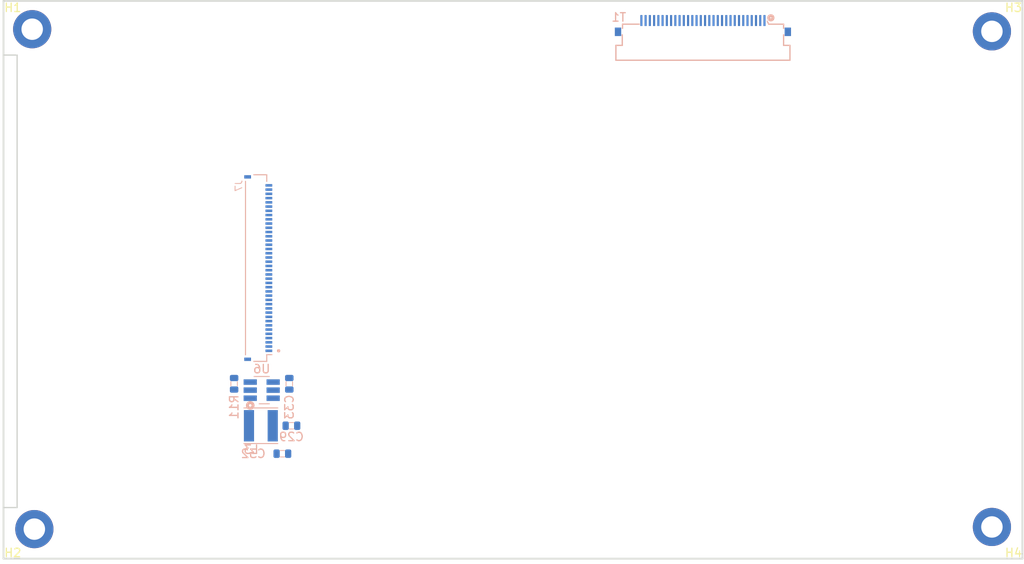
<source format=kicad_pcb>
(kicad_pcb (version 20221018) (generator pcbnew)
  (layers (0 "F.Cu" signal) (1 "In1.Cu" power) (2 "In2.Cu" power) (31 "B.Cu" signal) (34 "B.Paste" user) (35 "F.Paste" user) (36 "B.SilkS" user "B.Silkscreen") (37 "F.SilkS" user "F.Silkscreen") (38 "B.Mask" user) (39 "F.Mask" user) (44 "Edge.Cuts" user))
  (net 0 "")
  (net 1 "GND")
  (net 2 "VDD_1V8")
  (net 3 "VDD_3V3")
  (net 4 "/VLED+")
  (net 5 "Net-(H1-Pad1)")
  (net 6 "Net-(H2-Pad1)")
  (net 7 "Net-(H3-Pad1)")
  (net 8 "Net-(H4-Pad1)")
  (net 9 "Net-(J7-Pad40)")
  (net 10 "Net-(J7-Pad39)")
  (net 11 "Net-(J7-Pad38)")
  (net 12 "Net-(J7-Pad37)")
  (net 13 "Net-(J7-Pad36)")
  (net 14 "Net-(J7-Pad35)")
  (net 15 "Net-(J7-Pad34)")
  (net 16 "Net-(J7-Pad33)")
  (net 17 "Net-(J7-Pad32)")
  (net 18 "Net-(J7-Pad29)")
  (net 19 "Net-(J7-Pad28)")
  (net 20 "/LCD_RESET")
  (net 21 "/LCD_TE")
  (net 22 "Net-(J7-Pad25)")
  (net 23 "/VLED-")
  (net 24 "Net-(L3-Pad2)")
  (net 25 "/DISP_D3_P")
  (net 26 "/DISP_D3_N")
  (net 27 "/DISP_D2_P")
  (net 28 "/DISP_D2_N")
  (net 29 "/DISP_CK_P")
  (net 30 "/DISP_CK_N")
  (net 31 "/DISP_D1_P")
  (net 32 "/DISP_D1_N")
  (net 33 "/DISP_D0_P")
  (net 34 "/DISP_D0_N")
  (net 35 "/DRDY_M")
  (net 36 "/BL_PWM")
  (net 37 "/SMIC_R")
  (net 38 "/SMIC_L")
  (net 39 "/SPK_R")
  (net 40 "/SPK_L")
  (footprint "kimchi_ulid:M2.5HOLE" (layer "F.Cu") (at 103.378 37.592)
    (fp_text reference "H1" (at -2.286 -2.54) (layer "F.SilkS"))
    (fp_text value "M2.5HOLE")
    (pad "1" thru_hole circle (at 0 0) (size 4.5 4.5) (drill 2.525) (layers "*.Cu" "*.Mask") (net 5 "Net-(H1-Pad1)"))
  )
  (footprint "kimchi_ulid:M2.5HOLE" (layer "F.Cu") (at 103.632 96.52)
    (fp_text reference "H2" (at -2.54 2.794) (layer "F.SilkS"))
    (fp_text value "M2.5HOLE")
    (pad "1" thru_hole circle (at 0 0) (size 4.5 4.5) (drill 2.525) (layers "*.Cu" "*.Mask") (net 6 "Net-(H2-Pad1)"))
  )
  (footprint "kimchi_ulid:M2.5HOLE" (layer "F.Cu") (at 216.408 37.846)
    (fp_text reference "H3" (at 2.54 -2.794) (layer "F.SilkS"))
    (fp_text value "M2.5HOLE")
    (pad "1" thru_hole circle (at 0 0) (size 4.5 4.5) (drill 2.525) (layers "*.Cu" "*.Mask") (net 7 "Net-(H3-Pad1)"))
  )
  (footprint "kimchi_ulid:M2.5HOLE" (layer "F.Cu") (at 216.408 96.266)
    (fp_text reference "H4" (at 2.54 3.048) (layer "F.SilkS"))
    (fp_text value "M2.5HOLE")
    (pad "1" thru_hole circle (at 0 0) (size 4.5 4.5) (drill 2.525) (layers "*.Cu" "*.Mask") (net 8 "Net-(H4-Pad1)"))
  )
  (footprint "kimchi_ulid:HRS_FH19C-40S-0.5SH_1x40-1MP_P0.50mm" (layer "B.Cu") (at 130 65.749999 90)
    (fp_text reference "J7" (at 9.702 -2.294 270) (layer "B.SilkS") (effects (font (size 0.8 0.8) (thickness 0.1)) (justify mirror)))
    (fp_text value "FH19C-40S-0.5SH(10)")
    (fp_line (start -11 1) (end -11 -0.53) (stroke (width 0.127)) (layer "B.SilkS"))
    (fp_line (start -10.23 -1.5) (end 10.23 -1.5) (stroke (width 0.127)) (layer "B.SilkS"))
    (fp_line (start -10.21 1) (end -11 1) (stroke (width 0.127)) (layer "B.SilkS"))
    (fp_line (start -10.21 1) (end -10.21 1.61) (stroke (width 0.127)) (layer "B.SilkS"))
    (fp_line (start 10.21 1) (end 11 1) (stroke (width 0.127)) (layer "B.SilkS"))
    (fp_line (start 11 1) (end 11 -0.53) (stroke (width 0.127)) (layer "B.SilkS"))
    (fp_circle (center -9.75 2.4) (end -9.65 2.4) (stroke (width 0.2)) (fill none) (layer "B.SilkS"))
    (pad "1" smd rect locked (at -9.75 1.25 90) (size 0.3 0.8) (layers "B.Cu" "B.Mask") (net 23 "/VLED-"))
    (pad "2" smd rect locked (at -9.25 1.25 90) (size 0.3 0.8) (layers "B.Cu" "B.Mask") (net 23 "/VLED-"))
    (pad "3" smd rect locked (at -8.75 1.25 90) (size 0.3 0.8) (layers "B.Cu" "B.Mask") (net 4 "/VLED+"))
    (pad "4" smd rect locked (at -8.25 1.25 90) (size 0.3 0.8) (layers "B.Cu" "B.Mask") (net 1 "GND"))
    (pad "5" smd rect locked (at -7.75 1.25 90) (size 0.3 0.8) (layers "B.Cu" "B.Mask") (net 1 "GND"))
    (pad "6" smd rect locked (at -7.25 1.25 90) (size 0.3 0.8) (layers "B.Cu" "B.Mask") (net 34 "/DISP_D0_N"))
    (pad "7" smd rect locked (at -6.75 1.25 90) (size 0.3 0.8) (layers "B.Cu" "B.Mask") (net 33 "/DISP_D0_P"))
    (pad "8" smd rect locked (at -6.25 1.25 90) (size 0.3 0.8) (layers "B.Cu" "B.Mask") (net 1 "GND"))
    (pad "9" smd rect locked (at -5.75 1.25 90) (size 0.3 0.8) (layers "B.Cu" "B.Mask") (net 32 "/DISP_D1_N"))
    (pad "10" smd rect locked (at -5.25 1.25 90) (size 0.3 0.8) (layers "B.Cu" "B.Mask") (net 31 "/DISP_D1_P"))
    (pad "11" smd rect locked (at -4.75 1.25 90) (size 0.3 0.8) (layers "B.Cu" "B.Mask") (net 1 "GND"))
    (pad "12" smd rect locked (at -4.25 1.25 90) (size 0.3 0.8) (layers "B.Cu" "B.Mask") (net 30 "/DISP_CK_N"))
    (pad "13" smd rect locked (at -3.75 1.25 90) (size 0.3 0.8) (layers "B.Cu" "B.Mask") (net 29 "/DISP_CK_P"))
    (pad "14" smd rect locked (at -3.25 1.25 90) (size 0.3 0.8) (layers "B.Cu" "B.Mask") (net 1 "GND"))
    (pad "15" smd rect locked (at -2.75 1.25 90) (size 0.3 0.8) (layers "B.Cu" "B.Mask") (net 28 "/DISP_D2_N"))
    (pad "16" smd rect locked (at -2.25 1.25 90) (size 0.3 0.8) (layers "B.Cu" "B.Mask") (net 27 "/DISP_D2_P"))
    (pad "17" smd rect locked (at -1.75 1.25 90) (size 0.3 0.8) (layers "B.Cu" "B.Mask") (net 1 "GND"))
    (pad "18" smd rect locked (at -1.25 1.25 90) (size 0.3 0.8) (layers "B.Cu" "B.Mask") (net 26 "/DISP_D3_N"))
    (pad "19" smd rect locked (at -0.75 1.25 90) (size 0.3 0.8) (layers "B.Cu" "B.Mask") (net 25 "/DISP_D3_P"))
    (pad "20" smd rect locked (at -0.25 1.25 90) (size 0.3 0.8) (layers "B.Cu" "B.Mask") (net 1 "GND"))
    (pad "21" smd rect locked (at 0.25 1.25 90) (size 0.3 0.8) (layers "B.Cu" "B.Mask") (net 3 "VDD_3V3"))
    (pad "22" smd rect locked (at 0.75 1.25 90) (size 0.3 0.8) (layers "B.Cu" "B.Mask") (net 3 "VDD_3V3"))
    (pad "23" smd rect locked (at 1.25 1.25 90) (size 0.3 0.8) (layers "B.Cu" "B.Mask") (net 1 "GND"))
    (pad "24" smd rect locked (at 1.75 1.25 90) (size 0.3 0.8) (layers "B.Cu" "B.Mask") (net 1 "GND"))
    (pad "25" smd rect locked (at 2.25 1.25 90) (size 0.3 0.8) (layers "B.Cu" "B.Mask") (net 22 "Net-(J7-Pad25)"))
    (pad "26" smd rect locked (at 2.75 1.25 90) (size 0.3 0.8) (layers "B.Cu" "B.Mask") (net 21 "/LCD_TE"))
    (pad "27" smd rect locked (at 3.25 1.25 90) (size 0.3 0.8) (layers "B.Cu" "B.Mask") (net 20 "/LCD_RESET"))
    (pad "28" smd rect locked (at 3.75 1.25 90) (size 0.3 0.8) (layers "B.Cu" "B.Mask") (net 19 "Net-(J7-Pad28)"))
    (pad "29" smd rect locked (at 4.25 1.25 90) (size 0.3 0.8) (layers "B.Cu" "B.Mask") (net 18 "Net-(J7-Pad29)"))
    (pad "30" smd rect locked (at 4.75 1.25 90) (size 0.3 0.8) (layers "B.Cu" "B.Mask") (net 3 "VDD_3V3"))
    (pad "31" smd rect locked (at 5.25 1.25 90) (size 0.3 0.8) (layers "B.Cu" "B.Mask") (net 3 "VDD_3V3"))
    (pad "32" smd rect locked (at 5.75 1.25 90) (size 0.3 0.8) (layers "B.Cu" "B.Mask") (net 17 "Net-(J7-Pad32)"))
    (pad "33" smd rect locked (at 6.25 1.25 90) (size 0.3 0.8) (layers "B.Cu" "B.Mask") (net 16 "Net-(J7-Pad33)"))
    (pad "34" smd rect locked (at 6.75 1.25 90) (size 0.3 0.8) (layers "B.Cu" "B.Mask") (net 15 "Net-(J7-Pad34)"))
    (pad "35" smd rect locked (at 7.25 1.25 90) (size 0.3 0.8) (layers "B.Cu" "B.Mask") (net 14 "Net-(J7-Pad35)"))
    (pad "36" smd rect locked (at 7.75 1.25 90) (size 0.3 0.8) (layers "B.Cu" "B.Mask") (net 13 "Net-(J7-Pad36)"))
    (pad "37" smd rect locked (at 8.25 1.25 90) (size 0.3 0.8) (layers "B.Cu" "B.Mask") (net 12 "Net-(J7-Pad37)"))
    (pad "38" smd rect locked (at 8.75 1.25 90) (size 0.3 0.8) (layers "B.Cu" "B.Mask") (net 11 "Net-(J7-Pad38)"))
    (pad "39" smd rect locked (at 9.25 1.25 90) (size 0.3 0.8) (layers "B.Cu" "B.Mask") (net 10 "Net-(J7-Pad39)"))
    (pad "40" smd rect locked (at 9.75 1.25 90) (size 0.3 0.8) (layers "B.Cu" "B.Mask") (net 9 "Net-(J7-Pad40)"))
    (pad "MP" smd rect locked (at -10.75 -1.25 90) (size 0.4 0.8) (layers "B.Cu" "B.Paste" "B.Mask") (net 1 "GND"))
    (pad "MP" smd rect locked (at 10.75 -1.25 90) (size 0.4 0.8) (layers "B.Cu" "B.Paste" "B.Mask") (net 1 "GND"))
  )
  (footprint "kimchi_ulid:L_Taiyo-Yuden_MD-4040" (layer "B.Cu") (at 130.307999 84.335001 180)
    (fp_text reference "L3" (at 1.149999 -2.804999) (layer "B.SilkS") (effects (justify mirror)))
    (fp_text value "TYA4012220M-10")
    (fp_line (start -2 -2.1) (end 2 -2.1) (stroke (width 0.12)) (layer "B.SilkS"))
    (fp_line (start -2 2.1) (end 2 2.1) (stroke (width 0.12)) (layer "B.SilkS"))
    (pad "1" smd rect (at -1.4 0 180) (size 1.2 3.7) (layers "B.Cu" "B.Paste" "B.Mask") (net 3 "VDD_3V3"))
    (pad "2" smd rect (at 1.4 0 180) (size 1.2 3.7) (layers "B.Cu" "B.Paste" "B.Mask") (net 24 "Net-(L3-Pad2)"))
  )
  (footprint "kimchi_ulid:C0603" (layer "B.Cu") (at 133.658 79.39 90)
    (fp_text reference "C33" (at -2.75 0 90) (layer "B.SilkS") (effects (justify mirror)))
    (fp_text value "CGA3E3X7R1H224K080AB" hide)
    (fp_line (start -0.254 -0.381) (end 0.254 -0.381) (stroke (width 0.1)) (layer "B.SilkS"))
    (fp_line (start -0.254 0.381) (end 0.254 0.381) (stroke (width 0.1)) (layer "B.SilkS"))
    (pad "1" smd roundrect (at -0.68 0 90) (size 0.74 1) (layers "B.Cu" "B.Paste" "B.Mask") (net 4 "/VLED+"))
    (pad "2" smd roundrect (at 0.68 0 90) (size 0.74 1) (layers "B.Cu" "B.Paste" "B.Mask") (net 1 "GND"))
  )
  (footprint "kimchi_ulid:C0603" (layer "B.Cu") (at 133.908 84.335001)
    (fp_text reference "C29" (at 0 1.304999) (layer "B.SilkS") (effects (justify mirror)))
    (fp_text value "C0603C104M5RACAUTO" hide)
    (fp_line (start -0.254 -0.381) (end 0.254 -0.381) (stroke (width 0.1)) (layer "B.SilkS"))
    (fp_line (start -0.254 0.381) (end 0.254 0.381) (stroke (width 0.1)) (layer "B.SilkS"))
    (pad "1" smd roundrect (at -0.68 0) (size 0.74 1) (layers "B.Cu" "B.Paste" "B.Mask") (net 3 "VDD_3V3"))
    (pad "2" smd roundrect (at 0.68 0) (size 0.74 1) (layers "B.Cu" "B.Paste" "B.Mask") (net 1 "GND"))
  )
  (footprint "kimchi_ulid:R0603" (layer "B.Cu") (at 127.158 79.39 -90)
    (fp_text reference "R11" (at 2.75 0 90) (layer "B.SilkS") (effects (justify mirror)))
    (fp_text value "RE0603FRE0710RL")
    (fp_line (start -0.254 -0.381) (end 0.254 -0.381) (stroke (width 0.1)) (layer "B.SilkS"))
    (fp_line (start -0.254 0.381) (end 0.254 0.381) (stroke (width 0.1)) (layer "B.SilkS"))
    (pad "1" smd roundrect (at -0.68 0 270) (size 0.74 1) (layers "B.Cu" "B.Paste" "B.Mask") (net 23 "/VLED-"))
    (pad "2" smd roundrect (at 0.68 0 270) (size 0.74 1) (layers "B.Cu" "B.Paste" "B.Mask") (net 1 "GND"))
  )
  (footprint "kimchi_ulid:SOT-23-6_Handsoldering" (layer "B.Cu") (at 130.408 80.14)
    (fp_text reference "U6" (at 0 -2.5) (layer "B.SilkS") (effects (justify mirror)))
    (fp_text value "AP3019AKTR-G1")
    (fp_line (start -0.9 -1.61) (end 0.9 -1.61) (stroke (width 0.12)) (layer "B.SilkS"))
    (fp_line (start 0.9 1.61) (end -0.3 1.61) (stroke (width 0.12)) (layer "B.SilkS"))
    (fp_circle (center -1.35 1.8) (end -1.2 1.85) (stroke (width 0.35)) (fill none) (layer "B.SilkS"))
    (pad "1" smd rect (at -1.35 0.95) (size 1.56 0.65) (layers "B.Cu" "B.Paste" "B.Mask") (net 24 "Net-(L3-Pad2)"))
    (pad "2" smd rect (at -1.35 0) (size 1.56 0.65) (layers "B.Cu" "B.Paste" "B.Mask") (net 1 "GND"))
    (pad "3" smd rect (at -1.35 -0.95) (size 1.56 0.65) (layers "B.Cu" "B.Paste" "B.Mask") (net 23 "/VLED-"))
    (pad "4" smd rect (at 1.35 -0.95) (size 1.56 0.65) (layers "B.Cu" "B.Paste" "B.Mask") (net 36 "/BL_PWM"))
    (pad "5" smd rect (at 1.35 0) (size 1.56 0.65) (layers "B.Cu" "B.Paste" "B.Mask") (net 4 "/VLED+"))
    (pad "6" smd rect (at 1.35 0.95) (size 1.56 0.65) (layers "B.Cu" "B.Paste" "B.Mask") (net 3 "VDD_3V3"))
  )
  (footprint "kimchi_ulid:SFV30R-4STBE1HLF" (layer "B.Cu") (at 182.372 40)
    (fp_text reference "T1" (at -9.906 -3.81) (layer "B.SilkS") (effects (justify mirror)))
    (fp_text value "SFV30R-4STBE1HLF" hide)
    (fp_line (start -10.25 -0.5) (end -9.5 -0.5) (stroke (width 0.1524)) (layer "B.SilkS"))
    (fp_line (start -10.25 1.25) (end -10.25 -0.5) (stroke (width 0.1524)) (layer "B.SilkS"))
    (fp_line (start -9.5 -0.5) (end -9.5 -1.75) (stroke (width 0.1524)) (layer "B.SilkS"))
    (fp_line (start -9.469061 -3) (end -7.5 -3) (stroke (width 0.1524)) (layer "B.SilkS"))
    (fp_line (start -9.469061 -2.5) (end -9.469061 -3) (stroke (width 0.1524)) (layer "B.SilkS"))
    (fp_line (start 7.75 -3) (end 7.57474 -3.35052) (stroke (width 0.1524)) (layer "B.SilkS"))
    (fp_line (start 7.75 -3) (end 9.5 -3) (stroke (width 0.1524)) (layer "B.SilkS"))
    (fp_line (start 9.5 -3) (end 9.5 -2.5) (stroke (width 0.1524)) (layer "B.SilkS"))
    (fp_line (start 9.5 -0.5) (end 9.5 -1.75) (stroke (width 0.1524)) (layer "B.SilkS"))
    (fp_line (start 10.25 -0.5) (end 9.5 -0.5) (stroke (width 0.1524)) (layer "B.SilkS"))
    (fp_line (start 10.25 1.25) (end -10.25 1.25) (stroke (width 0.1524)) (layer "B.SilkS"))
    (fp_line (start 10.25 1.25) (end 10.25 -0.5) (stroke (width 0.1524)) (layer "B.SilkS"))
    (fp_circle (center 8 -3.75) (end 8.25 -3.75) (stroke (width 0.35)) (fill none) (layer "B.SilkS"))
    (pad "1" smd rect locked (at 7.250001 -3.429 270) (size 1.2954 0.254) (layers "B.Cu" "B.Paste" "B.Mask") (net 35 "/DRDY_M"))
    (pad "2" smd rect locked (at 6.750002 -3.429 270) (size 1.2954 0.254) (layers "B.Cu" "B.Paste" "B.Mask") (net 20 "/LCD_RESET"))
    (pad "3" smd rect locked (at 6.250001 -3.429 270) (size 1.2954 0.254) (layers "B.Cu" "B.Paste" "B.Mask") (net 21 "/LCD_TE"))
    (pad "4" smd rect locked (at 5.750002 -3.429 270) (size 1.2954 0.254) (layers "B.Cu" "B.Paste" "B.Mask") (net 36 "/BL_PWM"))
    (pad "5" smd rect locked (at 5.25 -3.429 270) (size 1.2954 0.254) (layers "B.Cu" "B.Paste" "B.Mask") (net 1 "GND"))
    (pad "6" smd rect locked (at 4.750001 -3.429 270) (size 1.2954 0.254) (layers "B.Cu" "B.Paste" "B.Mask") (net 33 "/DISP_D0_P"))
    (pad "7" smd rect locked (at 4.250002 -3.429 270) (size 1.2954 0.254) (layers "B.Cu" "B.Paste" "B.Mask") (net 34 "/DISP_D0_N"))
    (pad "8" smd rect locked (at 3.750001 -3.429 270) (size 1.2954 0.254) (layers "B.Cu" "B.Paste" "B.Mask") (net 1 "GND"))
    (pad "9" smd rect locked (at 3.250002 -3.429 270) (size 1.2954 0.254) (layers "B.Cu" "B.Paste" "B.Mask") (net 31 "/DISP_D1_P"))
    (pad "10" smd rect locked (at 2.750003 -3.429 270) (size 1.2954 0.254) (layers "B.Cu" "B.Paste" "B.Mask") (net 32 "/DISP_D1_N"))
    (pad "11" smd rect locked (at 2.250001 -3.429 270) (size 1.2954 0.254) (layers "B.Cu" "B.Paste" "B.Mask") (net 1 "GND"))
    (pad "12" smd rect locked (at 1.750002 -3.429 270) (size 1.2954 0.254) (layers "B.Cu" "B.Paste" "B.Mask") (net 29 "/DISP_CK_P"))
    (pad "13" smd rect locked (at 1.25 -3.429 270) (size 1.2954 0.254) (layers "B.Cu" "B.Paste" "B.Mask") (net 30 "/DISP_CK_N"))
    (pad "14" smd rect locked (at 0.750002 -3.429 270) (size 1.2954 0.254) (layers "B.Cu" "B.Paste" "B.Mask") (net 1 "GND"))
    (pad "15" smd rect locked (at 0.250003 -3.429 270) (size 1.2954 0.254) (layers "B.Cu" "B.Paste" "B.Mask") (net 27 "/DISP_D2_P"))
    (pad "16" smd rect locked (at -0.249999 -3.429 270) (size 1.2954 0.254) (layers "B.Cu" "B.Paste" "B.Mask") (net 28 "/DISP_D2_N"))
    (pad "17" smd rect locked (at -0.749998 -3.429 270) (size 1.2954 0.254) (layers "B.Cu" "B.Paste" "B.Mask") (net 1 "GND"))
    (pad "18" smd rect locked (at -1.25 -3.429 270) (size 1.2954 0.254) (layers "B.Cu" "B.Paste" "B.Mask") (net 25 "/DISP_D3_P"))
    (pad "19" smd rect locked (at -1.749999 -3.429 270) (size 1.2954 0.254) (layers "B.Cu" "B.Paste" "B.Mask") (net 26 "/DISP_D3_N"))
    (pad "20" smd rect locked (at -2.249998 -3.429 270) (size 1.2954 0.254) (layers "B.Cu" "B.Paste" "B.Mask") (net 1 "GND"))
    (pad "21" smd rect locked (at -2.749999 -3.429 270) (size 1.2954 0.254) (layers "B.Cu" "B.Paste" "B.Mask") (net 2 "VDD_1V8"))
    (pad "22" smd rect locked (at -3.249998 -3.429 270) (size 1.2954 0.254) (layers "B.Cu" "B.Paste" "B.Mask") (net 2 "VDD_1V8"))
    (pad "23" smd rect locked (at -3.75 -3.429 270) (size 1.2954 0.254) (layers "B.Cu" "B.Paste" "B.Mask") (net 2 "VDD_1V8"))
    (pad "24" smd rect locked (at -4.249999 -3.429 270) (size 1.2954 0.254) (layers "B.Cu" "B.Paste" "B.Mask") (net 3 "VDD_3V3"))
    (pad "25" smd rect locked (at -4.75 -3.429 270) (size 1.2954 0.254) (layers "B.Cu" "B.Paste" "B.Mask") (net 3 "VDD_3V3"))
    (pad "26" smd rect locked (at -5.25 -3.429 270) (size 1.2954 0.254) (layers "B.Cu" "B.Paste" "B.Mask") (net 3 "VDD_3V3"))
    (pad "27" smd rect locked (at -5.75 -3.429 270) (size 1.2954 0.254) (layers "B.Cu" "B.Paste" "B.Mask") (net 40 "/SPK_L"))
    (pad "28" smd rect locked (at -6.25 -3.429 270) (size 1.2954 0.254) (layers "B.Cu" "B.Paste" "B.Mask") (net 39 "/SPK_R"))
    (pad "29" smd rect locked (at -6.75 -3.429 270) (size 1.2954 0.254) (layers "B.Cu" "B.Paste" "B.Mask") (net 38 "/SMIC_L"))
    (pad "30" smd rect locked (at -7.25 -3.429 270) (size 1.2954 0.254) (layers "B.Cu" "B.Paste" "B.Mask") (net 37 "/SMIC_R"))
    (pad "31" smd rect locked (at -10 -2.1) (size 0.75 1) (layers "B.Cu" "B.Paste" "B.Mask"))
    (pad "32" smd rect locked (at 10 -2.1) (size 0.75 1) (layers "B.Cu" "B.Paste" "B.Mask"))
  )
  (footprint "kimchi_ulid:C0603" (layer "B.Cu") (at 132.842 87.63)
    (fp_text reference "C32" (at -3.429 0) (layer "B.SilkS") (effects (justify mirror)))
    (fp_text value "C0603C105K4PAC7411" hide)
    (fp_line (start -0.254 -0.381) (end 0.254 -0.381) (stroke (width 0.1)) (layer "B.SilkS"))
    (fp_line (start -0.254 0.381) (end 0.254 0.381) (stroke (width 0.1)) (layer "B.SilkS"))
    (pad "1" smd roundrect (at -0.68 0) (size 0.74 1) (layers "B.Cu" "B.Paste" "B.Mask") (net 3 "VDD_3V3"))
    (pad "2" smd roundrect (at 0.68 0) (size 0.74 1) (layers "B.Cu" "B.Paste" "B.Mask") (net 1 "GND"))
  )
  (gr_line (start 100 100) (end 220 99.999999) (stroke (width 0.2)) (layer "Edge.Cuts"))
  (gr_line (start 99.999999 34.25) (end 220 34.25) (stroke (width 0.2)) (layer "Edge.Cuts"))
  (gr_line (start 101.6 93.98) (end 101.6 40.64) (stroke (width 0.15)) (layer "Edge.Cuts"))
  (gr_line (start 101.6 40.64) (end 100.076 40.64) (stroke (width 0.15)) (layer "Edge.Cuts"))
  (gr_line (start 220 99.999999) (end 220 34.25) (stroke (width 0.2)) (layer "Edge.Cuts"))
  (gr_line (start 100 100) (end 99.999999 34.25) (stroke (width 0.2)) (layer "Edge.Cuts"))
  (gr_line (start 100.076 93.98) (end 101.6 93.98) (stroke (width 0.15)) (layer "Edge.Cuts"))
)
</source>
